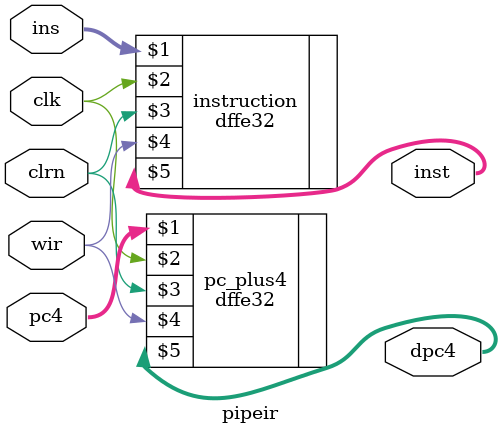
<source format=v>
/************************************************
  The Verilog HDL code example is from the book
  Computer Principles and Design in Verilog HDL
  by Yamin Li, published by A JOHN WILEY & SONS
************************************************/
module pipeir (pc4,ins,wir,clk,clrn,dpc4,inst);   // IF/ID pipeline register
    input         clk, clrn;                      // clock and reset
    input         wir;                            // write enable
    input  [31:0] pc4;                            // pc + 4 in IF stage
    input  [31:0] ins;                            // instruction in IF stage
    output [31:0] dpc4;                           // pc + 4 in ID stage
    output [31:0] inst;                           // instruction in ID stage
    // dffe32          (d,  clk,clrn,e,  q);
    dffe32 pc_plus4    (pc4,clk,clrn,wir,dpc4);   // pc+4 register
    dffe32 instruction (ins,clk,clrn,wir,inst);   // inst register
endmodule

</source>
